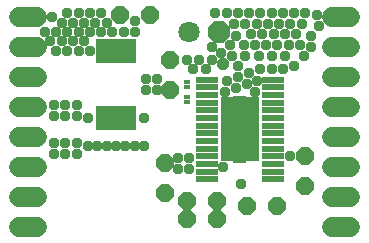
<source format=gbr>
G04 EAGLE Gerber RS-274X export*
G75*
%MOMM*%
%FSLAX34Y34*%
%LPD*%
%INSoldermask Top*%
%IPPOS*%
%AMOC8*
5,1,8,0,0,1.08239X$1,22.5*%
G01*
%ADD10P,1.951982X8X22.500000*%
%ADD11C,1.803400*%
%ADD12P,1.649562X8X202.500000*%
%ADD13P,1.649562X8X292.500000*%
%ADD14P,1.649562X8X112.500000*%
%ADD15P,1.649562X8X22.500000*%
%ADD16R,1.868400X0.568000*%
%ADD17R,3.303200X5.383200*%
%ADD18R,3.403200X2.003200*%
%ADD19R,0.553200X0.453200*%
%ADD20C,1.727200*%
%ADD21C,0.959600*%
%ADD22P,1.038661X8X22.500000*%

G36*
X207970Y158492D02*
X207970Y158492D01*
X207989Y158490D01*
X208091Y158512D01*
X208193Y158529D01*
X208210Y158538D01*
X208230Y158542D01*
X208319Y158595D01*
X208410Y158644D01*
X208424Y158658D01*
X208441Y158668D01*
X208508Y158747D01*
X208580Y158822D01*
X208588Y158840D01*
X208601Y158855D01*
X208640Y158951D01*
X208683Y159045D01*
X208685Y159065D01*
X208693Y159083D01*
X208711Y159250D01*
X208711Y161250D01*
X208708Y161270D01*
X208710Y161289D01*
X208688Y161391D01*
X208672Y161493D01*
X208662Y161510D01*
X208658Y161530D01*
X208605Y161619D01*
X208556Y161710D01*
X208542Y161724D01*
X208532Y161741D01*
X208453Y161808D01*
X208378Y161880D01*
X208360Y161888D01*
X208345Y161901D01*
X208249Y161940D01*
X208155Y161983D01*
X208135Y161985D01*
X208117Y161993D01*
X207950Y162011D01*
X198450Y162011D01*
X198430Y162008D01*
X198411Y162010D01*
X198309Y161988D01*
X198207Y161972D01*
X198190Y161962D01*
X198170Y161958D01*
X198081Y161905D01*
X197990Y161856D01*
X197976Y161842D01*
X197959Y161832D01*
X197892Y161753D01*
X197821Y161678D01*
X197812Y161660D01*
X197799Y161645D01*
X197760Y161549D01*
X197717Y161455D01*
X197715Y161435D01*
X197707Y161417D01*
X197689Y161250D01*
X197689Y159250D01*
X197692Y159230D01*
X197690Y159211D01*
X197712Y159109D01*
X197729Y159007D01*
X197738Y158990D01*
X197742Y158970D01*
X197795Y158881D01*
X197844Y158790D01*
X197858Y158776D01*
X197868Y158759D01*
X197947Y158692D01*
X198022Y158621D01*
X198040Y158612D01*
X198055Y158599D01*
X198151Y158560D01*
X198245Y158517D01*
X198265Y158515D01*
X198283Y158507D01*
X198450Y158489D01*
X207950Y158489D01*
X207970Y158492D01*
G37*
G36*
X207970Y104692D02*
X207970Y104692D01*
X207989Y104690D01*
X208091Y104712D01*
X208193Y104729D01*
X208210Y104738D01*
X208230Y104742D01*
X208319Y104795D01*
X208410Y104844D01*
X208424Y104858D01*
X208441Y104868D01*
X208508Y104947D01*
X208580Y105022D01*
X208588Y105040D01*
X208601Y105055D01*
X208640Y105151D01*
X208683Y105245D01*
X208685Y105265D01*
X208693Y105283D01*
X208711Y105450D01*
X208711Y107450D01*
X208708Y107470D01*
X208710Y107489D01*
X208688Y107591D01*
X208672Y107693D01*
X208662Y107710D01*
X208658Y107730D01*
X208605Y107819D01*
X208556Y107910D01*
X208542Y107924D01*
X208532Y107941D01*
X208453Y108008D01*
X208378Y108080D01*
X208360Y108088D01*
X208345Y108101D01*
X208249Y108140D01*
X208155Y108183D01*
X208135Y108185D01*
X208117Y108193D01*
X207950Y108211D01*
X198450Y108211D01*
X198430Y108208D01*
X198411Y108210D01*
X198309Y108188D01*
X198207Y108172D01*
X198190Y108162D01*
X198170Y108158D01*
X198081Y108105D01*
X197990Y108056D01*
X197976Y108042D01*
X197959Y108032D01*
X197892Y107953D01*
X197821Y107878D01*
X197812Y107860D01*
X197799Y107845D01*
X197760Y107749D01*
X197717Y107655D01*
X197715Y107635D01*
X197707Y107617D01*
X197689Y107450D01*
X197689Y105450D01*
X197692Y105430D01*
X197690Y105411D01*
X197712Y105309D01*
X197729Y105207D01*
X197738Y105190D01*
X197742Y105170D01*
X197795Y105081D01*
X197844Y104990D01*
X197858Y104976D01*
X197868Y104959D01*
X197947Y104892D01*
X198022Y104821D01*
X198040Y104812D01*
X198055Y104799D01*
X198151Y104760D01*
X198245Y104717D01*
X198265Y104715D01*
X198283Y104707D01*
X198450Y104689D01*
X207950Y104689D01*
X207970Y104692D01*
G37*
D10*
X185738Y215900D03*
D11*
X160338Y215900D03*
D12*
X234950Y68263D03*
X209550Y68263D03*
X127000Y230188D03*
X101600Y230188D03*
D13*
X139700Y104775D03*
X139700Y79375D03*
D14*
X144463Y166688D03*
X144463Y192088D03*
X258763Y85725D03*
X258763Y111125D03*
D15*
X158750Y57150D03*
X184150Y57150D03*
D12*
X184150Y73025D03*
X158750Y73025D03*
D16*
X175006Y175601D03*
X175006Y169101D03*
X175006Y162601D03*
X175006Y156100D03*
X175006Y149600D03*
X175006Y143100D03*
X175006Y136600D03*
X175006Y130100D03*
X175006Y123600D03*
X175006Y117100D03*
X175006Y110600D03*
X175006Y104100D03*
X175006Y97599D03*
X175006Y91099D03*
X231394Y91099D03*
X231394Y97599D03*
X231394Y104100D03*
X231394Y110600D03*
X231394Y117100D03*
X231394Y123600D03*
X231394Y130100D03*
X231394Y136600D03*
X231394Y143100D03*
X231394Y149600D03*
X231394Y156100D03*
X231394Y162601D03*
X231394Y169101D03*
X231394Y175601D03*
D17*
X203200Y133350D03*
D18*
X98425Y199450D03*
X98425Y143450D03*
D19*
X158750Y173950D03*
X158750Y168950D03*
X158750Y161250D03*
X158750Y156250D03*
D20*
X281305Y228600D02*
X296545Y228600D01*
X296545Y203200D02*
X281305Y203200D01*
X281305Y177800D02*
X296545Y177800D01*
X296545Y152400D02*
X281305Y152400D01*
X281305Y127000D02*
X296545Y127000D01*
X296545Y101600D02*
X281305Y101600D01*
X281305Y76200D02*
X296545Y76200D01*
X296545Y50800D02*
X281305Y50800D01*
X31433Y50800D02*
X16193Y50800D01*
X16193Y76200D02*
X31433Y76200D01*
X31433Y101600D02*
X16193Y101600D01*
X16193Y127000D02*
X31433Y127000D01*
X31433Y152400D02*
X16193Y152400D01*
X16193Y177800D02*
X31433Y177800D01*
X31433Y203200D02*
X16193Y203200D01*
X16193Y228600D02*
X31433Y228600D01*
D21*
X245745Y111252D03*
X38100Y215900D03*
X44450Y228600D03*
X57150Y231775D03*
X66675Y231775D03*
X76200Y231775D03*
X85725Y231775D03*
X90488Y223838D03*
X80963Y223838D03*
X71438Y223838D03*
X61913Y223838D03*
X52388Y223838D03*
X47625Y215900D03*
X57150Y215900D03*
X66675Y215900D03*
X76200Y215900D03*
X85725Y215900D03*
X95250Y215900D03*
X104775Y215900D03*
X114300Y215900D03*
X114300Y225425D03*
X71438Y207963D03*
X61913Y207963D03*
X52388Y207963D03*
X42863Y207963D03*
X47625Y200025D03*
X57150Y200025D03*
X66675Y200025D03*
X76200Y200025D03*
X215900Y165100D03*
X209550Y171450D03*
X200025Y168275D03*
X190500Y165100D03*
X188913Y101600D03*
X192088Y174625D03*
X217488Y174625D03*
X211138Y180975D03*
X201613Y177800D03*
X220663Y184150D03*
X200025Y212725D03*
X182563Y231775D03*
X192088Y231775D03*
X201613Y231775D03*
X198438Y222250D03*
X207963Y222250D03*
X211138Y231775D03*
X220663Y231775D03*
X217488Y222250D03*
X212725Y214313D03*
X222250Y214313D03*
X227013Y222250D03*
X230188Y231775D03*
X231775Y214313D03*
X236538Y222250D03*
X239713Y231775D03*
X246063Y222250D03*
X241300Y214313D03*
X250825Y214313D03*
X255588Y222250D03*
X249238Y231775D03*
X258763Y231775D03*
X268288Y230188D03*
X269875Y220663D03*
X263525Y212725D03*
X263525Y203200D03*
X257175Y195263D03*
X249238Y187325D03*
X239713Y184150D03*
X230188Y184150D03*
X158750Y192088D03*
X163513Y184150D03*
X168275Y192088D03*
X174625Y184150D03*
X179388Y192088D03*
X179388Y203200D03*
X187325Y198438D03*
D22*
X188913Y188913D03*
D21*
X196850Y195263D03*
X195263Y204788D03*
X201613Y187325D03*
X207963Y195263D03*
X206375Y204788D03*
X215900Y204788D03*
X219075Y195263D03*
X225425Y204788D03*
X230188Y195263D03*
X234950Y204788D03*
X241300Y195263D03*
X244475Y204788D03*
X254000Y204788D03*
X133350Y166688D03*
X133350Y176213D03*
X123825Y176213D03*
X123825Y166688D03*
X160338Y109538D03*
X150813Y109538D03*
X150813Y100013D03*
X160338Y100013D03*
X74613Y119063D03*
X74613Y142875D03*
X122238Y143100D03*
X122238Y119063D03*
X114300Y119063D03*
X106363Y119063D03*
X98425Y119063D03*
X90488Y119063D03*
X82550Y119063D03*
X65088Y144463D03*
X46038Y153988D03*
X55563Y153988D03*
X65088Y153988D03*
X46038Y144463D03*
X55563Y144463D03*
X46038Y122238D03*
X55563Y122238D03*
X65088Y122238D03*
X46038Y112713D03*
X55563Y112713D03*
X65088Y112713D03*
X204216Y86868D03*
M02*

</source>
